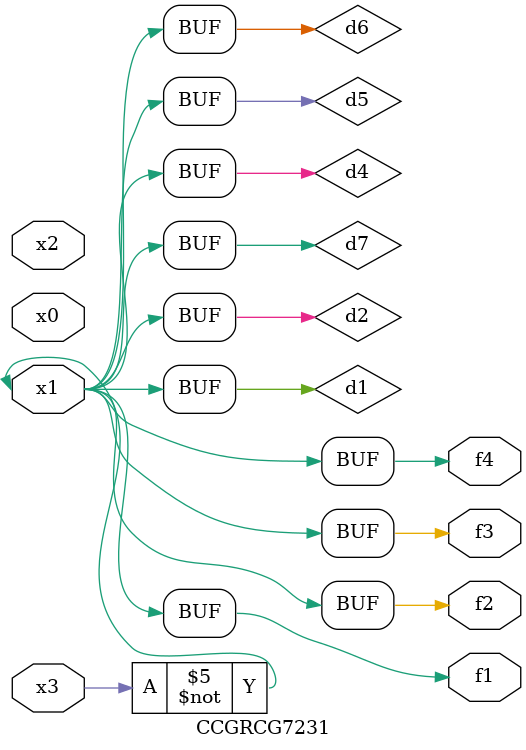
<source format=v>
module CCGRCG7231(
	input x0, x1, x2, x3,
	output f1, f2, f3, f4
);

	wire d1, d2, d3, d4, d5, d6, d7;

	not (d1, x3);
	buf (d2, x1);
	xnor (d3, d1, d2);
	nor (d4, d1);
	buf (d5, d1, d2);
	buf (d6, d4, d5);
	nand (d7, d4);
	assign f1 = d6;
	assign f2 = d7;
	assign f3 = d6;
	assign f4 = d6;
endmodule

</source>
